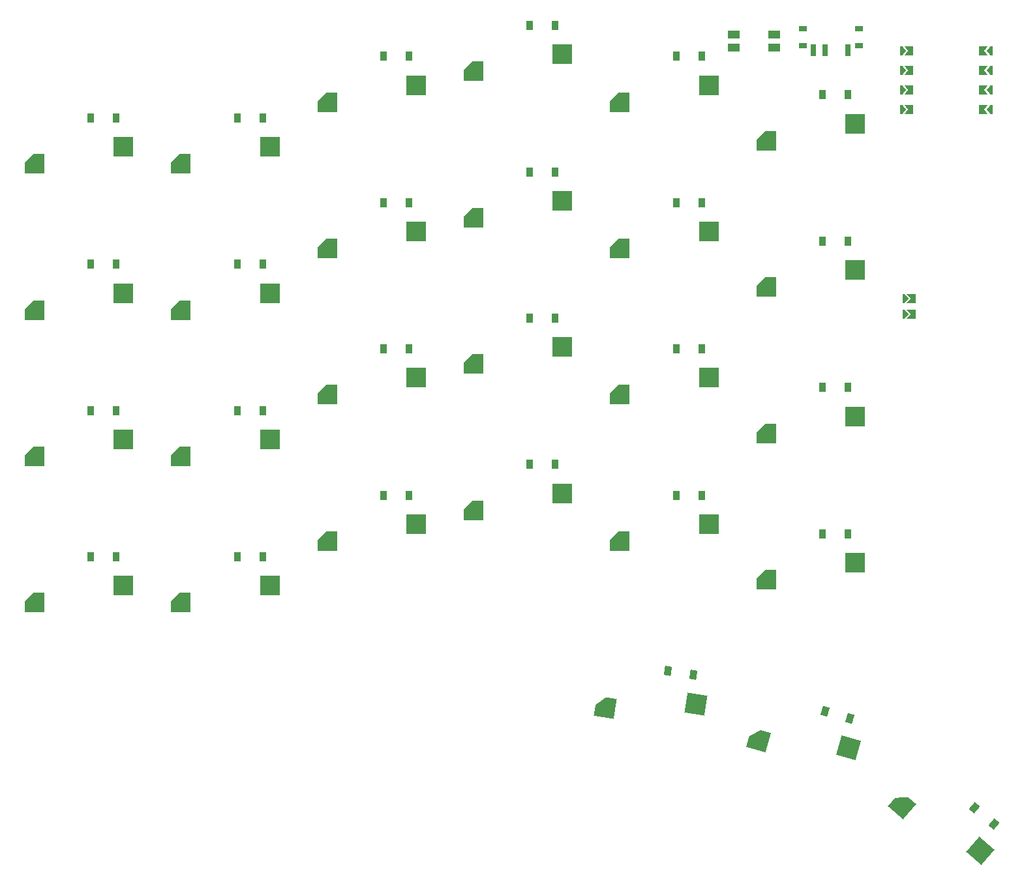
<source format=gbr>
%TF.GenerationSoftware,KiCad,Pcbnew,9.0.6*%
%TF.CreationDate,2026-01-10T00:21:16+01:00*%
%TF.ProjectId,shoedler54,73686f65-646c-4657-9235-342e6b696361,v1.0.0*%
%TF.SameCoordinates,Original*%
%TF.FileFunction,Paste,Top*%
%TF.FilePolarity,Positive*%
%FSLAX46Y46*%
G04 Gerber Fmt 4.6, Leading zero omitted, Abs format (unit mm)*
G04 Created by KiCad (PCBNEW 9.0.6) date 2026-01-10 00:21:16*
%MOMM*%
%LPD*%
G01*
G04 APERTURE LIST*
G04 Aperture macros list*
%AMRotRect*
0 Rectangle, with rotation*
0 The origin of the aperture is its center*
0 $1 length*
0 $2 width*
0 $3 Rotation angle, in degrees counterclockwise*
0 Add horizontal line*
21,1,$1,$2,0,0,$3*%
%AMOutline5P*
0 Free polygon, 5 corners , with rotation*
0 The origin of the aperture is its center*
0 number of corners: always 5*
0 $1 to $10 corner X, Y*
0 $11 Rotation angle, in degrees counterclockwise*
0 create outline with 5 corners*
4,1,5,$1,$2,$3,$4,$5,$6,$7,$8,$9,$10,$1,$2,$11*%
%AMOutline6P*
0 Free polygon, 6 corners , with rotation*
0 The origin of the aperture is its center*
0 number of corners: always 6*
0 $1 to $12 corner X, Y*
0 $13 Rotation angle, in degrees counterclockwise*
0 create outline with 6 corners*
4,1,6,$1,$2,$3,$4,$5,$6,$7,$8,$9,$10,$11,$12,$1,$2,$13*%
%AMOutline7P*
0 Free polygon, 7 corners , with rotation*
0 The origin of the aperture is its center*
0 number of corners: always 7*
0 $1 to $14 corner X, Y*
0 $15 Rotation angle, in degrees counterclockwise*
0 create outline with 7 corners*
4,1,7,$1,$2,$3,$4,$5,$6,$7,$8,$9,$10,$11,$12,$13,$14,$1,$2,$15*%
%AMOutline8P*
0 Free polygon, 8 corners , with rotation*
0 The origin of the aperture is its center*
0 number of corners: always 8*
0 $1 to $16 corner X, Y*
0 $17 Rotation angle, in degrees counterclockwise*
0 create outline with 8 corners*
4,1,8,$1,$2,$3,$4,$5,$6,$7,$8,$9,$10,$11,$12,$13,$14,$15,$16,$1,$2,$17*%
%AMFreePoly0*
4,1,6,0.250000,0.000000,-0.250000,-0.625000,-0.500000,-0.625000,-0.500000,0.625000,-0.250000,0.625000,0.250000,0.000000,0.250000,0.000000,$1*%
%AMFreePoly1*
4,1,6,0.500000,-0.625000,-0.650000,-0.625000,-0.150000,0.000000,-0.650000,0.625000,0.500000,0.625000,0.500000,-0.625000,0.500000,-0.625000,$1*%
%AMFreePoly2*
4,1,6,0.600000,-1.000000,0.000000,-0.400000,-0.600000,-1.000000,-0.600000,0.250000,0.600000,0.250000,0.600000,-1.000000,0.600000,-1.000000,$1*%
%AMFreePoly3*
4,1,6,0.600000,-0.200000,0.600000,-0.400000,-0.600000,-0.400000,-0.600000,-0.200000,0.000000,0.400000,0.600000,-0.200000,0.600000,-0.200000,$1*%
G04 Aperture macros list end*
%ADD10RotRect,0.900000X1.200000X164.000000*%
%ADD11R,0.900000X1.200000*%
%ADD12RotRect,0.900000X1.200000X139.000000*%
%ADD13R,1.000000X0.800000*%
%ADD14R,0.700000X1.500000*%
%ADD15FreePoly0,180.000000*%
%ADD16FreePoly0,0.000000*%
%ADD17FreePoly1,180.000000*%
%ADD18FreePoly1,0.000000*%
%ADD19FreePoly2,270.000000*%
%ADD20FreePoly3,270.000000*%
%ADD21R,1.550000X1.000000*%
%ADD22RotRect,0.900000X1.200000X171.000000*%
%ADD23Outline5P,-1.300000X1.300000X1.300000X1.300000X1.300000X-0.117000X0.117000X-1.300000X-1.300000X-1.300000X180.000000*%
%ADD24R,2.600000X2.600000*%
%ADD25Outline5P,-1.300000X1.300000X1.300000X1.300000X1.300000X-0.117000X0.117000X-1.300000X-1.300000X-1.300000X171.000000*%
%ADD26RotRect,2.600000X2.600000X171.000000*%
%ADD27Outline5P,-1.300000X1.300000X1.300000X1.300000X1.300000X-0.117000X0.117000X-1.300000X-1.300000X-1.300000X139.000000*%
%ADD28RotRect,2.600000X2.600000X139.000000*%
%ADD29Outline5P,-1.300000X1.300000X1.300000X1.300000X1.300000X-0.117000X0.117000X-1.300000X-1.300000X-1.300000X164.000000*%
%ADD30RotRect,2.600000X2.600000X164.000000*%
G04 APERTURE END LIST*
D10*
%TO.C,D26*%
X252572247Y-170967899D03*
X249400083Y-170058295D03*
%TD*%
D11*
%TO.C,D21*%
X252350000Y-147000000D03*
X249050000Y-147000000D03*
%TD*%
%TO.C,D7*%
X176350000Y-112000000D03*
X173050000Y-112000000D03*
%TD*%
D12*
%TO.C,D27*%
X271257175Y-184733378D03*
X268766633Y-182568384D03*
%TD*%
D11*
%TO.C,D19*%
X233350000Y-104000000D03*
X230050000Y-104000000D03*
%TD*%
%TO.C,D1*%
X157350000Y-150000000D03*
X154050000Y-150000000D03*
%TD*%
%TO.C,D8*%
X176350000Y-93000000D03*
X173050000Y-93000000D03*
%TD*%
%TO.C,D23*%
X252350000Y-109000000D03*
X249050000Y-109000000D03*
%TD*%
D13*
%TO.C,PWR1*%
X246450000Y-83585000D03*
X253750000Y-83585000D03*
X246450000Y-81375000D03*
X253750000Y-81375000D03*
D14*
X252350000Y-84235000D03*
X249350000Y-84235000D03*
X247850000Y-84235000D03*
%TD*%
D11*
%TO.C,D15*%
X214350000Y-100000000D03*
X211050000Y-100000000D03*
%TD*%
%TO.C,D5*%
X176350000Y-150000000D03*
X173050000Y-150000000D03*
%TD*%
%TO.C,D11*%
X195350000Y-104000000D03*
X192050000Y-104000000D03*
%TD*%
D15*
%TO.C,MCU1*%
X270600000Y-84300000D03*
X270600000Y-86840000D03*
X270600000Y-89380000D03*
X270600000Y-91920000D03*
D16*
X259600000Y-91920000D03*
X259600000Y-89380000D03*
X259600000Y-86840000D03*
X259600000Y-84300000D03*
D17*
X269875000Y-84300000D03*
X269875000Y-86840000D03*
X269875000Y-89380000D03*
X269875000Y-91920000D03*
D18*
X260325000Y-91920000D03*
X260325000Y-89380000D03*
X260325000Y-86840000D03*
X260325000Y-84300000D03*
%TD*%
D11*
%TO.C,D16*%
X214350000Y-81000000D03*
X211050000Y-81000000D03*
%TD*%
%TO.C,D12*%
X195350000Y-85000000D03*
X192050000Y-85000000D03*
%TD*%
%TO.C,D22*%
X252350000Y-128000000D03*
X249050000Y-128000000D03*
%TD*%
%TO.C,D17*%
X233350000Y-142000000D03*
X230050000Y-142000000D03*
%TD*%
%TO.C,D9*%
X195350000Y-142000000D03*
X192050000Y-142000000D03*
%TD*%
D19*
%TO.C,JST1*%
X260876000Y-118500000D03*
X260876000Y-116500000D03*
D20*
X259860000Y-118500000D03*
X259860000Y-116500000D03*
%TD*%
D11*
%TO.C,D14*%
X214350000Y-119000000D03*
X211050000Y-119000000D03*
%TD*%
%TO.C,D24*%
X252350000Y-90000000D03*
X249050000Y-90000000D03*
%TD*%
%TO.C,D6*%
X176350000Y-131000000D03*
X173050000Y-131000000D03*
%TD*%
%TO.C,D20*%
X233350000Y-85000000D03*
X230050000Y-85000000D03*
%TD*%
D21*
%TO.C,RST1*%
X242725000Y-82150000D03*
X242725000Y-83850000D03*
X237475000Y-82150000D03*
X237475000Y-83850000D03*
%TD*%
D11*
%TO.C,D4*%
X157350000Y-93000000D03*
X154050000Y-93000000D03*
%TD*%
D22*
%TO.C,D25*%
X232257010Y-165294794D03*
X228997638Y-164778560D03*
%TD*%
D11*
%TO.C,D2*%
X157350000Y-131000000D03*
X154050000Y-131000000D03*
%TD*%
%TO.C,D3*%
X157350000Y-112000000D03*
X154050000Y-112000000D03*
%TD*%
%TO.C,D10*%
X195350000Y-123000000D03*
X192050000Y-123000000D03*
%TD*%
%TO.C,D13*%
X214350000Y-138000000D03*
X211050000Y-138000000D03*
%TD*%
%TO.C,D18*%
X233350000Y-123000000D03*
X230050000Y-123000000D03*
%TD*%
D23*
%TO.C,S19*%
X222725000Y-109950000D03*
D24*
X234275000Y-107750000D03*
%TD*%
D23*
%TO.C,S6*%
X165725000Y-136950000D03*
D24*
X177275000Y-134750000D03*
%TD*%
D23*
%TO.C,S24*%
X241725000Y-95950000D03*
D24*
X253275000Y-93750000D03*
%TD*%
D23*
%TO.C,S8*%
X165725000Y-98950000D03*
D24*
X177275000Y-96750000D03*
%TD*%
D23*
%TO.C,S7*%
X165725000Y-117950000D03*
D24*
X177275000Y-115750000D03*
%TD*%
D23*
%TO.C,S4*%
X146725000Y-98950000D03*
D24*
X158275000Y-96750000D03*
%TD*%
D25*
%TO.C,S25*%
X220832036Y-169509423D03*
D26*
X232583992Y-169143325D03*
%TD*%
D23*
%TO.C,S5*%
X165725000Y-155950000D03*
D24*
X177275000Y-153750000D03*
%TD*%
D23*
%TO.C,S14*%
X203725000Y-124950000D03*
D24*
X215275000Y-122750000D03*
%TD*%
D23*
%TO.C,S23*%
X241725000Y-114950000D03*
D24*
X253275000Y-112750000D03*
%TD*%
D23*
%TO.C,S20*%
X222725000Y-90950000D03*
D24*
X234275000Y-88750000D03*
%TD*%
D23*
%TO.C,S16*%
X203725000Y-86950000D03*
D24*
X215275000Y-84750000D03*
%TD*%
D23*
%TO.C,S1*%
X146725000Y-155950000D03*
D24*
X158275000Y-153750000D03*
%TD*%
D23*
%TO.C,S15*%
X203725000Y-105950000D03*
D24*
X215275000Y-103750000D03*
%TD*%
D23*
%TO.C,S2*%
X146725000Y-136950000D03*
D24*
X158275000Y-134750000D03*
%TD*%
D23*
%TO.C,S18*%
X222725000Y-128950000D03*
D24*
X234275000Y-126750000D03*
%TD*%
D23*
%TO.C,S17*%
X222725000Y-147950000D03*
D24*
X234275000Y-145750000D03*
%TD*%
D23*
%TO.C,S11*%
X184725000Y-109950000D03*
D24*
X196275000Y-107750000D03*
%TD*%
D23*
%TO.C,S21*%
X241725000Y-152950000D03*
D24*
X253275000Y-150750000D03*
%TD*%
D23*
%TO.C,S12*%
X184725000Y-90950000D03*
D24*
X196275000Y-88750000D03*
%TD*%
D23*
%TO.C,S9*%
X184725000Y-147950000D03*
D24*
X196275000Y-145750000D03*
%TD*%
D23*
%TO.C,S3*%
X146725000Y-117950000D03*
D24*
X158275000Y-115750000D03*
%TD*%
D23*
%TO.C,S13*%
X203725000Y-143950000D03*
D24*
X215275000Y-141750000D03*
%TD*%
D23*
%TO.C,S22*%
X241725000Y-133950000D03*
D24*
X253275000Y-131750000D03*
%TD*%
D27*
%TO.C,S27*%
X259334834Y-182253274D03*
D28*
X269495059Y-188170394D03*
%TD*%
D29*
%TO.C,S26*%
X240718799Y-173758759D03*
D30*
X252427772Y-174827594D03*
%TD*%
D23*
%TO.C,S10*%
X184725000Y-128950000D03*
D24*
X196275000Y-126750000D03*
%TD*%
M02*

</source>
